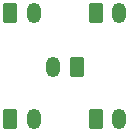
<source format=gbr>
%TF.GenerationSoftware,KiCad,Pcbnew,(6.0.6)*%
%TF.CreationDate,2022-06-27T09:59:18-07:00*%
%TF.ProjectId,KnightPCB,4b6e6967-6874-4504-9342-2e6b69636164,rev?*%
%TF.SameCoordinates,Original*%
%TF.FileFunction,Soldermask,Top*%
%TF.FilePolarity,Negative*%
%FSLAX46Y46*%
G04 Gerber Fmt 4.6, Leading zero omitted, Abs format (unit mm)*
G04 Created by KiCad (PCBNEW (6.0.6)) date 2022-06-27 09:59:18*
%MOMM*%
%LPD*%
G01*
G04 APERTURE LIST*
G04 Aperture macros list*
%AMRoundRect*
0 Rectangle with rounded corners*
0 $1 Rounding radius*
0 $2 $3 $4 $5 $6 $7 $8 $9 X,Y pos of 4 corners*
0 Add a 4 corners polygon primitive as box body*
4,1,4,$2,$3,$4,$5,$6,$7,$8,$9,$2,$3,0*
0 Add four circle primitives for the rounded corners*
1,1,$1+$1,$2,$3*
1,1,$1+$1,$4,$5*
1,1,$1+$1,$6,$7*
1,1,$1+$1,$8,$9*
0 Add four rect primitives between the rounded corners*
20,1,$1+$1,$2,$3,$4,$5,0*
20,1,$1+$1,$4,$5,$6,$7,0*
20,1,$1+$1,$6,$7,$8,$9,0*
20,1,$1+$1,$8,$9,$2,$3,0*%
G04 Aperture macros list end*
%ADD10RoundRect,0.250000X0.350000X0.625000X-0.350000X0.625000X-0.350000X-0.625000X0.350000X-0.625000X0*%
%ADD11O,1.200000X1.750000*%
%ADD12RoundRect,0.250000X-0.350000X-0.625000X0.350000X-0.625000X0.350000X0.625000X-0.350000X0.625000X0*%
G04 APERTURE END LIST*
D10*
%TO.C,J5*%
X70175000Y-41100000D03*
D11*
X68175000Y-41100000D03*
%TD*%
D12*
%TO.C,J5D1*%
X71800000Y-45550000D03*
D11*
X73800000Y-45550000D03*
%TD*%
%TO.C,J5A1*%
X66550000Y-36550000D03*
D12*
X64550000Y-36550000D03*
%TD*%
%TO.C,J5B1*%
X64550000Y-45550000D03*
D11*
X66550000Y-45550000D03*
%TD*%
%TO.C,J5C1*%
X73800000Y-36550000D03*
D12*
X71800000Y-36550000D03*
%TD*%
M02*

</source>
